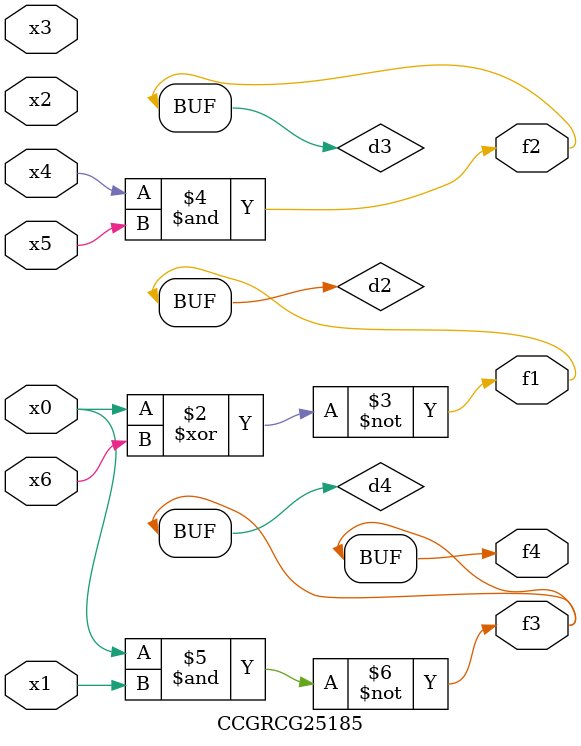
<source format=v>
module CCGRCG25185(
	input x0, x1, x2, x3, x4, x5, x6,
	output f1, f2, f3, f4
);

	wire d1, d2, d3, d4;

	nor (d1, x0);
	xnor (d2, x0, x6);
	and (d3, x4, x5);
	nand (d4, x0, x1);
	assign f1 = d2;
	assign f2 = d3;
	assign f3 = d4;
	assign f4 = d4;
endmodule

</source>
